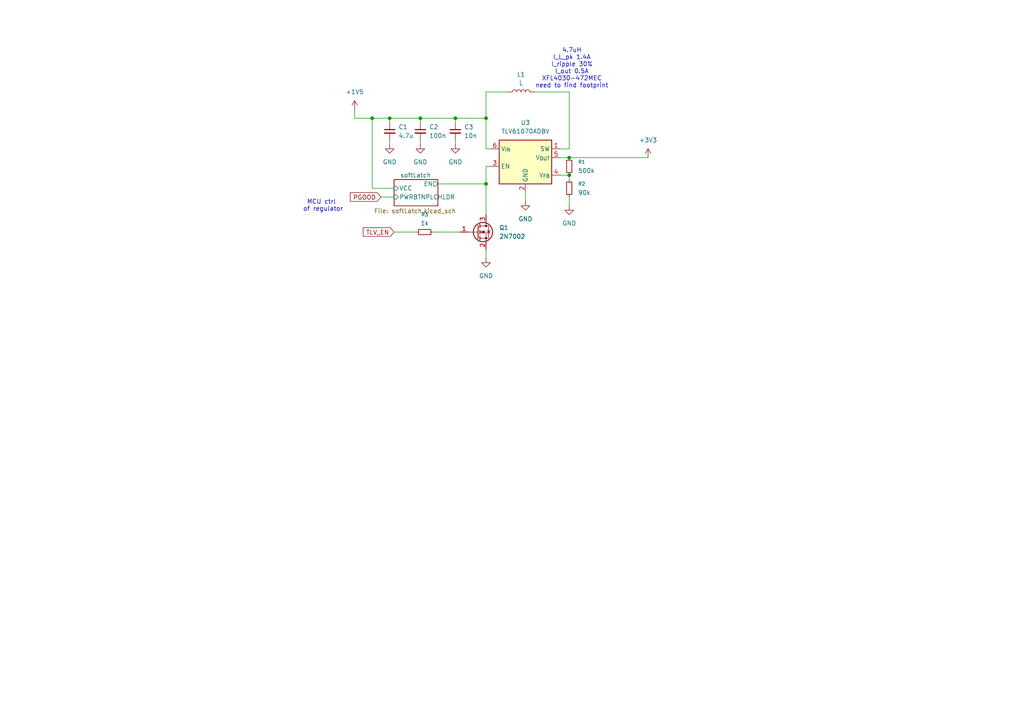
<source format=kicad_sch>
(kicad_sch (version 20250114) (generator "eeschema") (generator_version "9.0")
  (paper "A4")
  (lib_symbols
    (symbol "Device:C_Small" (pin_numbers (hide yes)) (pin_names (offset 0.254) (hide yes))
      (property "Reference" "C" (at 0.254 1.778 0))
      (property "Value" "C_Small" (at 0.254 -2.032 0))
      (symbol "C_Small_0_1"
        (polyline (pts (xy -1.524 0.508) (xy 1.524 0.508)) (stroke (width 0.3048)))
        (polyline (pts (xy -1.524 -0.508) (xy 1.524 -0.508)) (stroke (width 0.3302)))
      )
      (symbol "C_Small_1_1"
        (pin passive line (at 0 2.54 270) (length 2.032) (name "~") (number "1"))
        (pin passive line (at 0 -2.54 90) (length 2.032) (name "~") (number "2"))
      )
    )
    (symbol "Device:L" (pin_numbers (hide yes)) (pin_names (offset 1.016) (hide yes))
      (property "Reference" "L" (at -1.27 0 90))
      (property "Value" "L" (at 1.905 0 90))
      (symbol "L_0_1"
        (arc (start 0 2.54) (mid 0.6323 1.905) (end 0 1.27))
        (arc (start 0 1.27) (mid 0.6323 0.635) (end 0 0))
        (arc (start 0 0) (mid 0.6323 -0.635) (end 0 -1.27))
        (arc (start 0 -1.27) (mid 0.6323 -1.905) (end 0 -2.54))
      )
      (symbol "L_1_1"
        (pin passive line (at 0 3.81 270) (length 1.27) (name "1") (number "1"))
        (pin passive line (at 0 -3.81 90) (length 1.27) (name "2") (number "2"))
      )
    )
    (symbol "Device:R_Small" (pin_numbers (hide yes)) (pin_names (offset 0.254) (hide yes))
      (property "Reference" "R" (at 0 0 90))
      (property "Value" "R_Small" (at 1.778 0 90))
      (symbol "R_Small_0_1"
        (rectangle (start -0.762 1.778) (end 0.762 -1.778) (stroke (width 0.2032)))
      )
      (symbol "R_Small_1_1"
        (pin passive line (at 0 2.54 270) (length 0.762) (name "~") (number "1"))
        (pin passive line (at 0 -2.54 90) (length 0.762) (name "~") (number "2"))
      )
    )
    (symbol "Regulator_Switching:TLV61070ADBV"
      (property "Reference" "U" (at -7.62 8.89 0))
      (property "Value" "TLV61070ADBV" (at 0 8.89 0))
      (symbol "TLV61070ADBV_0_1"
        (rectangle (start -7.62 7.62) (end 7.62 -5.08) (stroke (width 0.254)) (fill (type background)))
      )
      (symbol "TLV61070ADBV_1_1"
        (pin power_in line (at -10.16 5.08 0) (length 2.54) (name "V_{IN}") (number "6"))
        (pin input line (at -10.16 0 0) (length 2.54) (name "EN") (number "3"))
        (pin power_in line (at 0 -7.62 90) (length 2.54) (name "GND") (number "2"))
        (pin input line (at 10.16 5.08 180) (length 2.54) (name "SW") (number "1"))
        (pin power_out line (at 10.16 2.54 180) (length 2.54) (name "V_{OUT}") (number "5"))
        (pin input line (at 10.16 -2.54 180) (length 2.54) (name "V_{FB}") (number "4"))
      )
    )
    (symbol "Transistor_FET:2N7002" (pin_names (hide yes))
      (property "Reference" "Q" (at 5.08 1.905 0))
      (property "Value" "2N7002" (at 5.08 0 0))
      (symbol "2N7002_0_1"
        (polyline (pts (xy 0.254 1.905) (xy 0.254 -1.905)) (stroke (width 0.254)))
        (polyline (pts (xy 0.254 0) (xy -2.54 0)))
        (polyline (pts (xy 0.762 2.286) (xy 0.762 1.27)) (stroke (width 0.254)))
        (polyline (pts (xy 0.762 0.508) (xy 0.762 -0.508)) (stroke (width 0.254)))
        (polyline (pts (xy 0.762 -1.27) (xy 0.762 -2.286)) (stroke (width 0.254)))
        (polyline (pts (xy 0.762 -1.778) (xy 3.302 -1.778) (xy 3.302 1.778) (xy 0.762 1.778)))
        (polyline (pts (xy 1.016 0) (xy 2.032 0.381) (xy 2.032 -0.381) (xy 1.016 0)) (fill (type outline)))
        (circle (center 1.651 0) (radius 2.794) (stroke (width 0.254)))
        (polyline (pts (xy 2.54 2.54) (xy 2.54 1.778)))
        (circle (center 2.54 1.778) (radius 0.254) (fill (type outline)))
        (circle (center 2.54 -1.778) (radius 0.254) (fill (type outline)))
        (polyline (pts (xy 2.54 -2.54) (xy 2.54 0) (xy 0.762 0)))
        (polyline (pts (xy 2.794 0.508) (xy 2.921 0.381) (xy 3.683 0.381) (xy 3.81 0.254)))
        (polyline (pts (xy 3.302 0.381) (xy 2.921 -0.254) (xy 3.683 -0.254) (xy 3.302 0.381)))
      )
      (symbol "2N7002_1_1"
        (pin input line (at -5.08 0 0) (length 2.54) (name "G") (number "1"))
        (pin passive line (at 2.54 5.08 270) (length 2.54) (name "D") (number "3"))
        (pin passive line (at 2.54 -5.08 90) (length 2.54) (name "S") (number "2"))
      )
    )
    (symbol "power:+1V5" (power) (pin_numbers (hide yes)) (pin_names (offset 0) (hide yes))
      (property "Value" "+1V5" (at 0 3.556 0))
      (symbol "+1V5_0_1"
        (polyline (pts (xy -0.762 1.27) (xy 0 2.54)))
        (polyline (pts (xy 0 2.54) (xy 0.762 1.27)))
        (polyline (pts (xy 0 0) (xy 0 2.54)))
      )
      (symbol "+1V5_1_1"
        (pin power_in line (at 0 0 90) (length 0) (name "~") (number "1"))
      )
    )
    (symbol "power:+3V3" (power) (pin_numbers (hide yes)) (pin_names (offset 0) (hide yes))
      (property "Value" "+3V3" (at 0 3.556 0))
      (symbol "+3V3_0_1"
        (polyline (pts (xy -0.762 1.27) (xy 0 2.54)))
        (polyline (pts (xy 0 2.54) (xy 0.762 1.27)))
        (polyline (pts (xy 0 0) (xy 0 2.54)))
      )
      (symbol "+3V3_1_1"
        (pin power_in line (at 0 0 90) (length 0) (name "~") (number "1"))
      )
    )
    (symbol "power:GND" (power) (pin_numbers (hide yes)) (pin_names (offset 0) (hide yes))
      (property "Value" "GND" (at 0 -3.81 0))
      (symbol "GND_0_1"
        (polyline (pts (xy 0 0) (xy 0 -1.27) (xy 1.27 -1.27) (xy 0 -2.54) (xy -1.27 -1.27) (xy 0 -1.27)))
      )
      (symbol "GND_1_1"
        (pin power_in line (at 0 0 270) (length 0) (name "~") (number "1"))
      )
    )
  )
  (text "4.7uH\nI_L_pk 1.4A\nI_ripple 30%\nI_out 0.5A\nXFL4030-472MEC\nneed to find footprint" (at 165.862 19.812 0) (effects (font (size 1.27 1.27))))
  (text "MCU ctrl \nof regulator" (at 93.726 59.69 0) (effects (font (size 1.27 1.27))))
  (junction (at 140.97 34.29))
  (junction (at 140.97 53.34))
  (junction (at 113.03 34.29))
  (junction (at 165.1 50.8))
  (junction (at 132.08 34.29))
  (junction (at 107.95 34.29))
  (junction (at 121.92 34.29))
  (junction (at 165.1 45.72))
  (wire (pts (xy 165.1 57.15) (xy 165.1 59.69)))
  (wire (pts (xy 132.08 34.29) (xy 140.97 34.29)))
  (wire (pts (xy 102.87 34.29) (xy 102.87 31.75)))
  (wire (pts (xy 162.56 45.72) (xy 165.1 45.72)))
  (wire (pts (xy 140.97 26.67) (xy 140.97 34.29)))
  (wire (pts (xy 110.49 57.15) (xy 114.3 57.15)))
  (wire (pts (xy 113.03 34.29) (xy 113.03 35.56)))
  (wire (pts (xy 113.03 40.64) (xy 113.03 41.91)))
  (wire (pts (xy 140.97 53.34) (xy 140.97 62.23)))
  (wire (pts (xy 127 53.34) (xy 140.97 53.34)))
  (wire (pts (xy 125.73 67.31) (xy 133.35 67.31)))
  (wire (pts (xy 152.4 55.88) (xy 152.4 58.42)))
  (wire (pts (xy 121.92 40.64) (xy 121.92 41.91)))
  (wire (pts (xy 140.97 43.18) (xy 142.24 43.18)))
  (wire (pts (xy 132.08 35.56) (xy 132.08 34.29)))
  (wire (pts (xy 107.95 54.61) (xy 114.3 54.61)))
  (wire (pts (xy 121.92 34.29) (xy 121.92 35.56)))
  (wire (pts (xy 147.32 26.67) (xy 140.97 26.67)))
  (wire (pts (xy 165.1 50.8) (xy 165.1 52.07)))
  (wire (pts (xy 165.1 43.18) (xy 165.1 26.67)))
  (wire (pts (xy 140.97 48.26) (xy 142.24 48.26)))
  (wire (pts (xy 140.97 34.29) (xy 140.97 43.18)))
  (wire (pts (xy 121.92 34.29) (xy 132.08 34.29)))
  (wire (pts (xy 107.95 34.29) (xy 107.95 54.61)))
  (wire (pts (xy 113.03 34.29) (xy 121.92 34.29)))
  (wire (pts (xy 154.94 26.67) (xy 165.1 26.67)))
  (wire (pts (xy 114.3 67.31) (xy 120.65 67.31)))
  (wire (pts (xy 165.1 45.72) (xy 187.96 45.72)))
  (wire (pts (xy 162.56 43.18) (xy 165.1 43.18)))
  (wire (pts (xy 132.08 41.91) (xy 132.08 40.64)))
  (wire (pts (xy 107.95 34.29) (xy 113.03 34.29)))
  (wire (pts (xy 102.87 34.29) (xy 107.95 34.29)))
  (wire (pts (xy 140.97 48.26) (xy 140.97 53.34)))
  (wire (pts (xy 140.97 74.93) (xy 140.97 72.39)))
  (wire (pts (xy 162.56 50.8) (xy 165.1 50.8)))
  (global_label "TLV_EN" (shape input) (at 114.3 67.31 180) (property "Intersheetrefs" "${INTERSHEET_REFS}" (effects (hide yes))))
  (global_label "PGOOD" (shape input) (at 110.49 57.15 180) (property "Intersheetrefs" "${INTERSHEET_REFS}" (effects (hide yes))))
  (symbol (lib_id "power:GND") (at 121.92 41.91 0) (unit 1)
    (property "Reference" "#PWR06" (effects (hide yes)))
    (property "Value" "GND" (at 121.92 46.99 0))
    (property "Description" "Power symbol creates a global label with name \"GND\" , ground" (effects (hide yes)))
  )
  (symbol (lib_id "Device:R_Small") (at 165.1 54.61 0) (unit 1)
    (property "Reference" "R2" (at 167.64 53.3399 0) (effects (font (size 1.016 1.016)) (justify left)))
    (property "Value" "90k" (at 167.64 55.8799 0) (effects (justify left)))
    (property "Footprint" "Resistor_SMD:R_0603_1608Metric" (effects (hide yes)))
    (property "Description" "Resistor, small symbol" (effects (hide yes)))
  )
  (symbol (lib_id "Transistor_FET:2N7002") (at 138.43 67.31 0) (unit 1)
    (property "Reference" "Q1" (at 144.78 66.0399 0) (effects (justify left)))
    (property "Value" "2N7002" (at 144.78 68.5799 0) (effects (justify left)))
    (property "Footprint" "Package_TO_SOT_SMD:SOT-23" (effects (hide yes)))
    (property "Datasheet" "https://www.onsemi.com/pub/Collateral/NDS7002A-D.PDF" (effects (hide yes)))
    (property "Description" "0.115A Id, 60V Vds, N-Channel MOSFET, SOT-23" (effects (hide yes)))
  )
  (symbol (lib_id "Device:R_Small") (at 165.1 48.26 0) (unit 1)
    (property "Reference" "R1" (at 167.64 46.9899 0) (effects (font (size 1.016 1.016)) (justify left)))
    (property "Value" "500k" (at 167.64 49.5299 0) (effects (justify left)))
    (property "Footprint" "Resistor_SMD:R_0603_1608Metric" (effects (hide yes)))
    (property "Description" "Resistor, small symbol" (effects (hide yes)))
  )
  (symbol (lib_id "Device:R_Small") (at 123.19 67.31 90) (unit 1)
    (property "Reference" "R3" (at 123.19 62.23 90) (effects (font (size 1.016 1.016))))
    (property "Value" "1k" (at 123.19 64.77 90))
    (property "Footprint" "Resistor_SMD:R_0603_1608Metric" (effects (hide yes)))
    (property "Description" "Resistor, small symbol" (effects (hide yes)))
  )
  (symbol (lib_id "power:GND") (at 165.1 59.69 0) (unit 1)
    (property "Reference" "#PWR04" (effects (hide yes)))
    (property "Value" "GND" (at 165.1 64.77 0))
    (property "Description" "Power symbol creates a global label with name \"GND\" , ground" (effects (hide yes)))
  )
  (symbol (lib_id "power:GND") (at 132.08 41.91 0) (unit 1)
    (property "Reference" "#PWR08" (effects (hide yes)))
    (property "Value" "GND" (at 132.08 46.99 0))
    (property "Description" "Power symbol creates a global label with name \"GND\" , ground" (effects (hide yes)))
  )
  (symbol (lib_id "Device:L") (at 151.13 26.67 90) (unit 1)
    (property "Reference" "L1" (at 151.13 21.59 90))
    (property "Value" "L" (at 151.13 24.13 90))
    (property "Description" "Inductor" (effects (hide yes)))
  )
  (symbol (lib_id "power:+3V3") (at 187.96 45.72 0) (unit 1)
    (property "Reference" "#PWR03" (effects (hide yes)))
    (property "Value" "+3V3" (at 187.96 40.64 0))
    (property "Description" "Power symbol creates a global label with name \"+3V3\"" (effects (hide yes)))
  )
  (symbol (lib_id "power:GND") (at 113.03 41.91 0) (unit 1)
    (property "Reference" "#PWR07" (effects (hide yes)))
    (property "Value" "GND" (at 113.03 46.99 0))
    (property "Description" "Power symbol creates a global label with name \"GND\" , ground" (effects (hide yes)))
  )
  (symbol (lib_id "Device:C_Small") (at 121.92 38.1 0) (unit 1)
    (property "Reference" "C2" (at 124.46 36.8362 0) (effects (justify left)))
    (property "Value" "100n" (at 124.46 39.3762 0) (effects (justify left)))
    (property "Footprint" "Capacitor_SMD:C_0603_1608Metric" (effects (hide yes)))
    (property "Description" "Unpolarized capacitor, small symbol" (effects (hide yes)))
  )
  (symbol (lib_id "Device:C_Small") (at 113.03 38.1 0) (unit 1)
    (property "Reference" "C1" (at 115.57 36.8362 0) (effects (justify left)))
    (property "Value" "4.7u" (at 115.57 39.3762 0) (effects (justify left)))
    (property "Footprint" "Capacitor_SMD:C_0603_1608Metric" (effects (hide yes)))
    (property "Description" "Unpolarized capacitor, small symbol" (effects (hide yes)))
  )
  (symbol (lib_id "Regulator_Switching:TLV61070ADBV") (at 152.4 48.26 0) (unit 1)
    (property "Reference" "U3" (at 152.4 35.56 0))
    (property "Value" "TLV61070ADBV" (at 152.4 38.1 0))
    (property "Footprint" "Package_TO_SOT_SMD:SOT-23-6" (effects (hide yes)))
    (property "Datasheet" "https://www.ti.com/lit/ds/symlink/tlv61070a.pdf" (effects (hide yes)))
    (property "Description" "Boost Converter, 2.5A switch current limit, 2.2-5.5V Output Voltage, 0.5-5.5V Input Voltage, SOT-23-6" (effects (hide yes)))
  )
  (symbol (lib_id "Device:C_Small") (at 132.08 38.1 0) (unit 1)
    (property "Reference" "C3" (at 134.62 36.8362 0) (effects (justify left)))
    (property "Value" "10n" (at 134.62 39.3762 0) (effects (justify left)))
    (property "Footprint" "Capacitor_SMD:C_0603_1608Metric" (effects (hide yes)))
    (property "Description" "Unpolarized capacitor, small symbol" (effects (hide yes)))
  )
  (symbol (lib_id "power:GND") (at 140.97 74.93 0) (unit 1)
    (property "Reference" "#PWR05" (effects (hide yes)))
    (property "Value" "GND" (at 140.97 80.01 0))
    (property "Description" "Power symbol creates a global label with name \"GND\" , ground" (effects (hide yes)))
  )
  (symbol (lib_id "power:+1V5") (at 102.87 31.75 0) (unit 1)
    (property "Reference" "#PWR02" (effects (hide yes)))
    (property "Value" "+1V5" (at 102.87 26.67 0))
    (property "Description" "Power symbol creates a global label with name \"+1V5\"" (effects (hide yes)))
  )
  (symbol (lib_id "power:GND") (at 152.4 58.42 0) (unit 1)
    (property "Reference" "#PWR01" (effects (hide yes)))
    (property "Value" "GND" (at 152.4 63.5 0))
    (property "Description" "Power symbol creates a global label with name \"GND\" , ground" (effects (hide yes)))
  )
  (sheet (at 114.3 52.07) (size 12.7 7.62) (stroke (width 0.1524))
    (property "Sheetname" "softLatch" (at 116.078 51.562 0) (effects (justify left bottom)))
    (property "Sheetfile" "softLatch.kicad_sch" (at 108.458 60.452 0) (effects (justify left top)))
    (pin "EN" output (at 127 53.34 0))
    (pin "VCC" input (at 114.3 54.61 180))
    (pin "PWRBTNPLCHLDR" input (at 114.3 57.15 180))
  )
)
</source>
